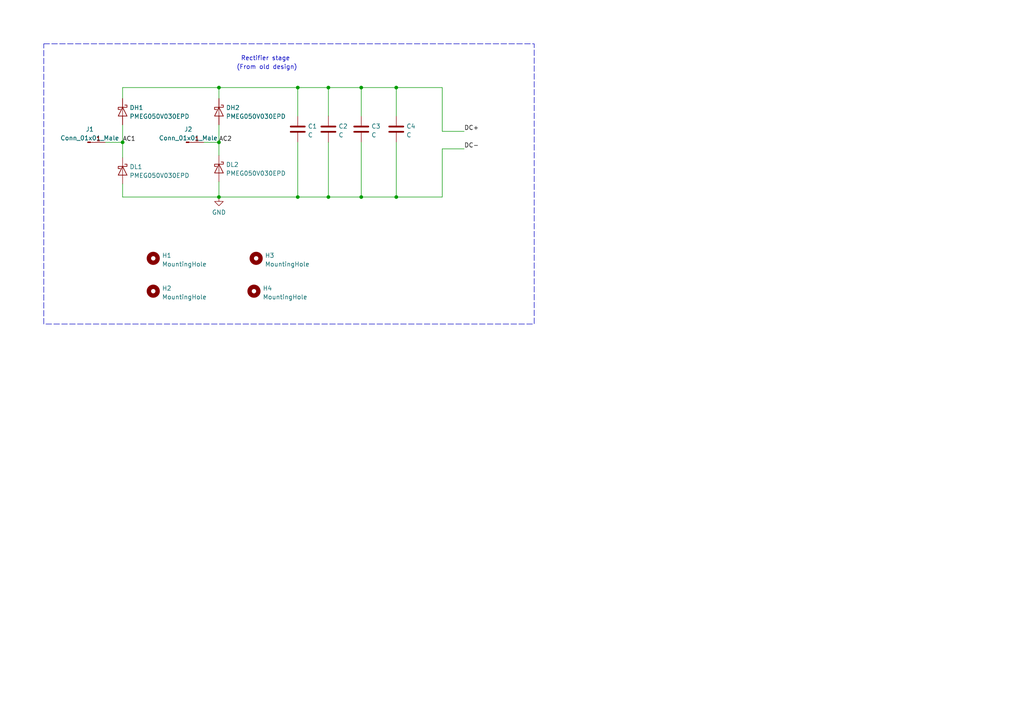
<source format=kicad_sch>
(kicad_sch (version 20230121) (generator eeschema)
  (paper "A4")
  (lib_symbols
    (symbol "Connector:Conn_01x01_Male" (pin_names (offset 1.016) hide)
      (property "Reference" "J" (at 0 2.54 0))
      (property "Value" "Conn_01x01_Male" (at 0 -2.54 0))
      (symbol "Conn_01x01_Male_1_1"
        (polyline (pts (xy 1.27 0) (xy 0.8636 0)) (stroke (width 0.1524)))
        (rectangle (start 0.8636 0.127) (end 0 -0.127) (stroke (width 0.1524)) (fill (type outline)))
        (pin passive line (at 5.08 0 180) (length 3.81) (name "Pin_1") (number "1"))
      )
    )
    (symbol "Device:C" (pin_numbers hide) (pin_names (offset 0.254))
      (property "Reference" "C" (at 0.635 2.54 0))
      (property "Value" "C" (at 0.635 -2.54 0))
      (symbol "C_0_1"
        (polyline (pts (xy -2.032 -0.762) (xy 2.032 -0.762)) (stroke (width 0.508)))
        (polyline (pts (xy -2.032 0.762) (xy 2.032 0.762)) (stroke (width 0.508)))
      )
      (symbol "C_1_1"
        (pin passive line (at 0 3.81 270) (length 2.794) (name "~") (number "1"))
        (pin passive line (at 0 -3.81 90) (length 2.794) (name "~") (number "2"))
      )
    )
    (symbol "Diode:PMEG050V030EPD" (pin_numbers hide) (pin_names hide)
      (property "Reference" "D" (at 0 2.54 0))
      (property "Value" "PMEG050V030EPD" (at 0 -2.54 0))
      (symbol "PMEG050V030EPD_0_1"
        (polyline (pts (xy 1.27 0) (xy -1.27 0)))
        (polyline (pts (xy 1.27 1.27) (xy 1.27 -1.27) (xy -1.27 0) (xy 1.27 1.27)) (stroke (width 0.2032)))
        (polyline (pts (xy -1.905 0.635) (xy -1.905 1.27) (xy -1.27 1.27) (xy -1.27 -1.27) (xy -0.635 -1.27) (xy -0.635 -0.635)) (stroke (width 0.2032)))
      )
      (symbol "PMEG050V030EPD_1_1"
        (pin passive line (at 3.81 0 180) (length 2.54) (name "A") (number "1"))
        (pin passive line (at 3.81 0 180) (length 2.54) hide (name "A") (number "2"))
        (pin passive line (at -3.81 0 0) (length 2.54) (name "K") (number "3"))
      )
    )
    (symbol "Mechanical:MountingHole" (pin_names (offset 1.016))
      (property "Reference" "H" (at 0 5.08 0))
      (property "Value" "MountingHole" (at 0 3.175 0))
      (symbol "MountingHole_0_1"
        (circle (center 0 0) (radius 1.27) (stroke (width 1.27)))
      )
    )
    (symbol "power:GND" (power) (pin_names (offset 0))
      (property "Value" "GND" (at 0 -3.81 0))
      (symbol "GND_0_1"
        (polyline (pts (xy 0 0) (xy 0 -1.27) (xy 1.27 -1.27) (xy 0 -2.54) (xy -1.27 -1.27) (xy 0 -1.27)))
      )
      (symbol "GND_1_1"
        (pin power_in line (at 0 0 270) (length 0) hide (name "GND") (number "1"))
      )
    )
  )
  (junction (at 63.5 25.4))
  (junction (at 63.5 57.15))
  (junction (at 114.935 57.15))
  (junction (at 114.935 25.4))
  (junction (at 104.775 25.4))
  (junction (at 35.56 41.275))
  (junction (at 104.775 57.15))
  (junction (at 95.25 57.15))
  (junction (at 86.36 57.15))
  (junction (at 63.5 41.275))
  (junction (at 95.25 25.4))
  (junction (at 86.36 25.4))
  (wire (pts (xy 63.5 25.4) (xy 63.5 28.575)))
  (wire (pts (xy 35.56 28.575) (xy 35.56 25.4)))
  (wire (pts (xy 128.27 38.1) (xy 128.27 25.4)))
  (wire (pts (xy 30.48 41.275) (xy 35.56 41.275)))
  (wire (pts (xy 104.775 57.15) (xy 95.25 57.15)))
  (wire (pts (xy 114.935 41.275) (xy 114.935 57.15)))
  (wire (pts (xy 35.56 25.4) (xy 63.5 25.4)))
  (wire (pts (xy 104.775 25.4) (xy 95.25 25.4)))
  (wire (pts (xy 114.935 57.15) (xy 104.775 57.15)))
  (wire (pts (xy 104.775 25.4) (xy 104.775 33.655)))
  (wire (pts (xy 63.5 36.195) (xy 63.5 41.275)))
  (wire (pts (xy 128.27 43.18) (xy 128.27 57.15)))
  (wire (pts (xy 63.5 57.15) (xy 86.36 57.15)))
  (wire (pts (xy 63.5 25.4) (xy 86.36 25.4)))
  (wire (pts (xy 86.36 25.4) (xy 86.36 33.655)))
  (wire (pts (xy 86.36 57.15) (xy 86.36 41.275)))
  (wire (pts (xy 114.935 33.655) (xy 114.935 25.4)))
  (wire (pts (xy 128.27 25.4) (xy 114.935 25.4)))
  (wire (pts (xy 35.56 57.15) (xy 63.5 57.15)))
  (wire (pts (xy 63.5 41.275) (xy 63.5 45.085)))
  (wire (pts (xy 128.27 43.18) (xy 134.62 43.18)))
  (wire (pts (xy 128.27 38.1) (xy 134.62 38.1)))
  (wire (pts (xy 35.56 53.34) (xy 35.56 57.15)))
  (wire (pts (xy 95.25 25.4) (xy 86.36 25.4)))
  (wire (pts (xy 35.56 36.195) (xy 35.56 41.275)))
  (wire (pts (xy 114.935 25.4) (xy 104.775 25.4)))
  (wire (pts (xy 128.27 57.15) (xy 114.935 57.15)))
  (wire (pts (xy 35.56 41.275) (xy 35.56 45.72)))
  (wire (pts (xy 59.055 41.275) (xy 63.5 41.275)))
  (wire (pts (xy 95.25 41.275) (xy 95.25 57.15)))
  (wire (pts (xy 95.25 25.4) (xy 95.25 33.655)))
  (wire (pts (xy 104.775 41.275) (xy 104.775 57.15)))
  (wire (pts (xy 95.25 57.15) (xy 86.36 57.15)))
  (wire (pts (xy 63.5 52.705) (xy 63.5 57.15)))
  (rectangle (start 12.7 12.7) (end 154.94 93.98) (stroke (width 0) (type dash)))
  (text "Rectifier stage" (at 69.85 17.78 0) (effects (font (size 1.27 1.27)) (justify left bottom)))
  (text "(From old design)" (at 68.58 20.32 0) (effects (font (size 1.27 1.27)) (justify left bottom)))
  (label "AC1" (at 35.56 41.275 0))
  (label "DC-" (at 134.62 43.18 0))
  (label "AC2" (at 63.5 41.275 0))
  (label "DC+" (at 134.62 38.1 0))
  (symbol (lib_id "Mechanical:MountingHole") (at 44.45 84.455 0) (unit 1)
    (property "Reference" "H2" (at 46.99 83.6203 0) (effects (justify left)))
    (property "Value" "MountingHole" (at 46.99 86.1572 0) (effects (justify left)))
    (property "Footprint" "MountingHole:MountingHole_3.2mm_M3" (effects hide))
  )
  (symbol (lib_id "Device:C") (at 104.775 37.465 0) (unit 1)
    (property "Reference" "C3" (at 107.696 36.6303 0) (effects (justify left)))
    (property "Value" "C" (at 107.696 39.1672 0) (effects (justify left)))
    (property "Footprint" "Capacitor_SMD:C_1210_3225Metric" (effects hide))
  )
  (symbol (lib_id "Connector:Conn_01x01_Male") (at 53.975 41.275 0) (unit 1)
    (property "Reference" "J2" (at 54.61 37.499 0))
    (property "Value" "Conn_01x01_Male" (at 54.61 40.0359 0))
    (property "Footprint" "TestPoint:TestPoint_Pad_4.0x4.0mm" (effects hide))
  )
  (symbol (lib_id "Device:C") (at 86.36 37.465 0) (unit 1)
    (property "Reference" "C1" (at 89.281 36.6303 0) (effects (justify left)))
    (property "Value" "C" (at 89.281 39.1672 0) (effects (justify left)))
    (property "Footprint" "Capacitor_SMD:C_0805_2012Metric" (effects hide))
  )
  (symbol (lib_id "Device:C") (at 95.25 37.465 0) (unit 1)
    (property "Reference" "C2" (at 98.171 36.6303 0) (effects (justify left)))
    (property "Value" "C" (at 98.171 39.1672 0) (effects (justify left)))
    (property "Footprint" "Capacitor_SMD:C_0805_2012Metric" (effects hide))
  )
  (symbol (lib_id "Diode:PMEG050V030EPD") (at 35.56 32.385 270) (unit 1)
    (property "Reference" "DH1" (at 37.5666 31.2328 90) (effects (justify left)))
    (property "Value" "PMEG050V030EPD" (at 37.5666 33.7697 90) (effects (justify left)))
    (property "Footprint" "Package_TO_SOT_SMD:Nexperia_CFP15_SOT-1289" (effects hide))
    (property "Datasheet" "https://assets.nexperia.com/documents/data-sheet/PMEG050V030EPD.pdf" (effects hide))
  )
  (symbol (lib_id "Diode:PMEG050V030EPD") (at 63.5 32.385 270) (unit 1)
    (property "Reference" "DH2" (at 65.5066 31.2328 90) (effects (justify left)))
    (property "Value" "PMEG050V030EPD" (at 65.5066 33.7697 90) (effects (justify left)))
    (property "Footprint" "Package_TO_SOT_SMD:Nexperia_CFP15_SOT-1289" (effects hide))
    (property "Datasheet" "https://assets.nexperia.com/documents/data-sheet/PMEG050V030EPD.pdf" (effects hide))
  )
  (symbol (lib_id "Diode:PMEG050V030EPD") (at 63.5 48.895 270) (unit 1)
    (property "Reference" "DL2" (at 65.5066 47.7428 90) (effects (justify left)))
    (property "Value" "PMEG050V030EPD" (at 65.5066 50.2797 90) (effects (justify left)))
    (property "Footprint" "Package_TO_SOT_SMD:Nexperia_CFP15_SOT-1289" (effects hide))
    (property "Datasheet" "https://assets.nexperia.com/documents/data-sheet/PMEG050V030EPD.pdf" (effects hide))
  )
  (symbol (lib_id "Mechanical:MountingHole") (at 74.295 74.93 0) (unit 1)
    (property "Reference" "H3" (at 76.835 74.0953 0) (effects (justify left)))
    (property "Value" "MountingHole" (at 76.835 76.6322 0) (effects (justify left)))
    (property "Footprint" "MountingHole:MountingHole_3.2mm_M3" (effects hide))
  )
  (symbol (lib_id "Diode:PMEG050V030EPD") (at 35.56 49.53 270) (unit 1)
    (property "Reference" "DL1" (at 37.5666 48.3778 90) (effects (justify left)))
    (property "Value" "PMEG050V030EPD" (at 37.5666 50.9147 90) (effects (justify left)))
    (property "Footprint" "Package_TO_SOT_SMD:Nexperia_CFP15_SOT-1289" (effects hide))
    (property "Datasheet" "https://assets.nexperia.com/documents/data-sheet/PMEG050V030EPD.pdf" (effects hide))
  )
  (symbol (lib_id "Device:C") (at 114.935 37.465 0) (unit 1)
    (property "Reference" "C4" (at 117.856 36.6303 0) (effects (justify left)))
    (property "Value" "C" (at 117.856 39.1672 0) (effects (justify left)))
    (property "Footprint" "Capacitor_SMD:C_0805_2012Metric" (effects hide))
  )
  (symbol (lib_id "Connector:Conn_01x01_Male") (at 25.4 41.275 0) (unit 1)
    (property "Reference" "J1" (at 26.035 37.499 0))
    (property "Value" "Conn_01x01_Male" (at 26.035 40.0359 0))
    (property "Footprint" "TestPoint:TestPoint_Pad_4.0x4.0mm" (effects hide))
  )
  (symbol (lib_id "Mechanical:MountingHole") (at 73.66 84.455 0) (unit 1)
    (property "Reference" "H4" (at 76.2 83.6203 0) (effects (justify left)))
    (property "Value" "MountingHole" (at 76.2 86.1572 0) (effects (justify left)))
    (property "Footprint" "MountingHole:MountingHole_3.2mm_M3" (effects hide))
  )
  (symbol (lib_id "Mechanical:MountingHole") (at 44.45 74.93 0) (unit 1)
    (property "Reference" "H1" (at 46.99 74.0953 0) (effects (justify left)))
    (property "Value" "MountingHole" (at 46.99 76.6322 0) (effects (justify left)))
    (property "Footprint" "MountingHole:MountingHole_3.2mm_M3" (effects hide))
  )
  (symbol (lib_id "power:GND") (at 63.5 57.15 0) (unit 1)
    (property "Reference" "#PWR0101" (effects hide))
    (property "Value" "GND" (at 63.5 61.5934 0))
  )
)
</source>
